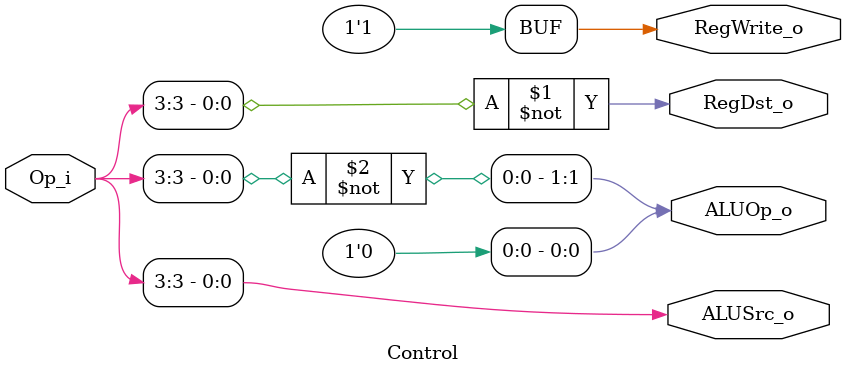
<source format=v>
module Control(
    Op_i       ,
    RegDst_o   ,
    ALUOp_o    ,
    ALUSrc_o   ,
    RegWrite_o 
);
input [5:0] Op_i;
output  RegDst_o,  ALUSrc_o, RegWrite_o;
output [1:0] ALUOp_o;
assign RegDst_o=~Op_i[3];
assign ALUSrc_o=Op_i[3];
assign RegWrite_o=1'd1;
assign ALUOp_o={~Op_i[3],1'd0};
endmodule

</source>
